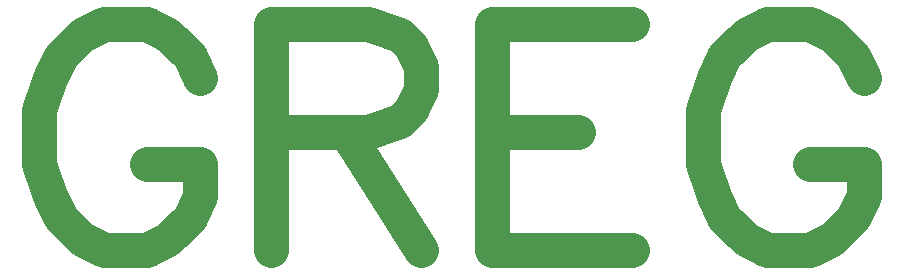
<source format=gto>
G04 Layer: TopSilkscreenLayer*
G04 EasyEDA v6.5.1, 2022-06-25 03:13:47*
G04 a67cddfb3fce44daa9051d46cbbcc19f,10*
G04 Gerber Generator version 0.2*
G04 Scale: 100 percent, Rotated: No, Reflected: No *
G04 Dimensions in millimeters *
G04 leading zeros omitted , absolute positions ,4 integer and 5 decimal *
%FSLAX45Y45*%
%MOMM*%

%ADD12C,3.0000*%

%LPD*%
D12*
X2363726Y4963619D02*
G01*
X2272794Y5145483D01*
X2090930Y5327347D01*
X1909066Y5418279D01*
X1545338Y5418279D01*
X1363728Y5327347D01*
X1181864Y5145483D01*
X1090932Y4963619D01*
X1000000Y4690823D01*
X1000000Y4236417D01*
X1090932Y3963621D01*
X1181864Y3781757D01*
X1363728Y3599893D01*
X1545338Y3509215D01*
X1909066Y3509215D01*
X2090930Y3599893D01*
X2272794Y3781757D01*
X2363726Y3963621D01*
X2363726Y4236417D01*
X1909066Y4236417D02*
G01*
X2363726Y4236417D01*
X2963674Y5418279D02*
G01*
X2963674Y3509215D01*
X2963674Y5418279D02*
G01*
X3781808Y5418279D01*
X4054604Y5327347D01*
X4145536Y5236415D01*
X4236468Y5054551D01*
X4236468Y4872687D01*
X4145536Y4690823D01*
X4054604Y4599891D01*
X3781808Y4509213D01*
X2963674Y4509213D01*
X3599944Y4509213D02*
G01*
X4236468Y3509215D01*
X4836416Y5418279D02*
G01*
X4836416Y3509215D01*
X4836416Y5418279D02*
G01*
X6018278Y5418279D01*
X4836416Y4509213D02*
G01*
X5563618Y4509213D01*
X4836416Y3509215D02*
G01*
X6018278Y3509215D01*
X7981698Y4963619D02*
G01*
X7891020Y5145483D01*
X7709156Y5327347D01*
X7527292Y5418279D01*
X7163564Y5418279D01*
X6981700Y5327347D01*
X6800090Y5145483D01*
X6709158Y4963619D01*
X6618226Y4690823D01*
X6618226Y4236417D01*
X6709158Y3963621D01*
X6800090Y3781757D01*
X6981700Y3599893D01*
X7163564Y3509215D01*
X7527292Y3509215D01*
X7709156Y3599893D01*
X7891020Y3781757D01*
X7981698Y3963621D01*
X7981698Y4236417D01*
X7527292Y4236417D02*
G01*
X7981698Y4236417D01*
M02*

</source>
